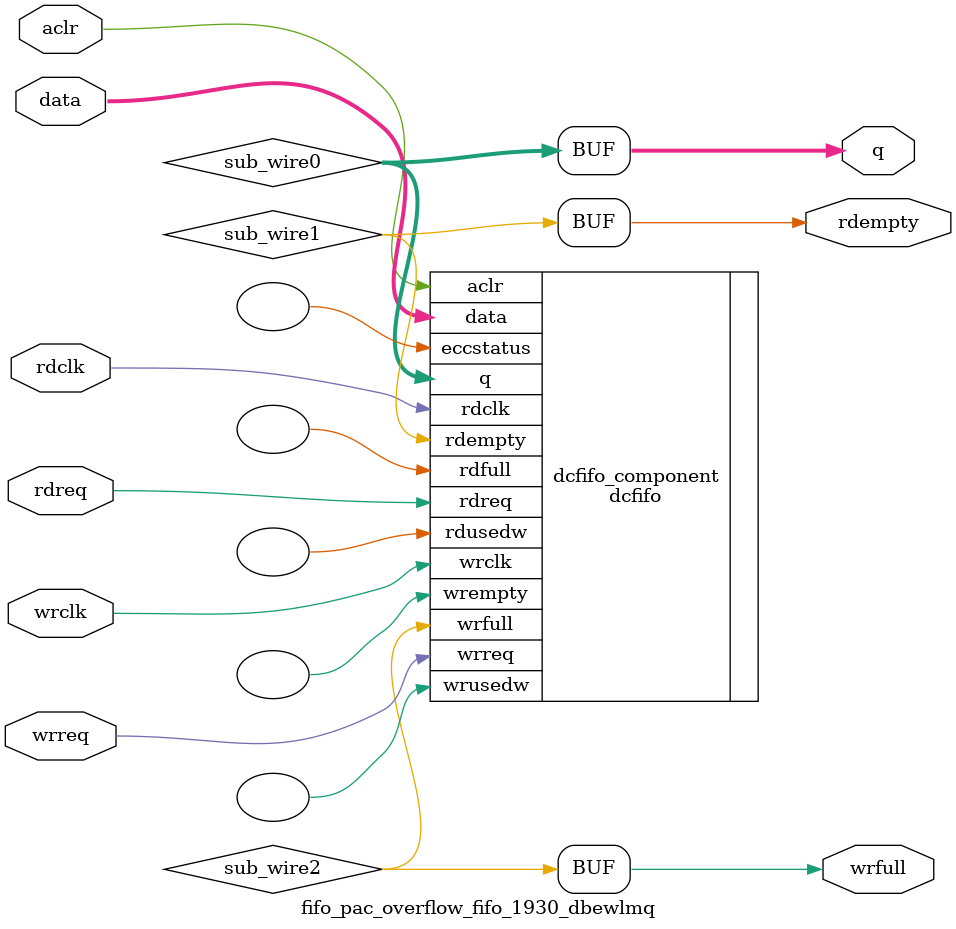
<source format=v>



`timescale 1 ps / 1 ps
// synopsys translate_on
module  fifo_pac_overflow_fifo_1930_dbewlmq  (
    aclr,
    data,
    rdclk,
    rdreq,
    wrclk,
    wrreq,
    q,
    rdempty,
    wrfull);

    input    aclr;
    input  [511:0]  data;
    input    rdclk;
    input    rdreq;
    input    wrclk;
    input    wrreq;
    output [511:0]  q;
    output   rdempty;
    output   wrfull;
`ifndef ALTERA_RESERVED_QIS
// synopsys translate_off
`endif
    tri0     aclr;
`ifndef ALTERA_RESERVED_QIS
// synopsys translate_on
`endif

    wire [511:0] sub_wire0;
    wire  sub_wire1;
    wire  sub_wire2;
    wire [511:0] q = sub_wire0[511:0];
    wire  rdempty = sub_wire1;
    wire  wrfull = sub_wire2;

    dcfifo  dcfifo_component (
                .aclr (aclr),
                .data (data),
                .rdclk (rdclk),
                .rdreq (rdreq),
                .wrclk (wrclk),
                .wrreq (wrreq),
                .q (sub_wire0),
                .rdempty (sub_wire1),
                .wrfull (sub_wire2),
                .eccstatus (),
                .rdfull (),
                .rdusedw (),
                .wrempty (),
                .wrusedw ());
    defparam
        dcfifo_component.enable_ecc  = "FALSE",
        dcfifo_component.intended_device_family  = "Agilex 7",
        dcfifo_component.lpm_hint  = "DISABLE_DCFIFO_EMBEDDED_TIMING_CONSTRAINT=TRUE",
        dcfifo_component.lpm_numwords  = 16,
        dcfifo_component.lpm_showahead  = "OFF",
        dcfifo_component.lpm_type  = "dcfifo",
        dcfifo_component.lpm_width  = 512,
        dcfifo_component.lpm_widthu  = 4,
        dcfifo_component.overflow_checking  = "ON",
        dcfifo_component.rdsync_delaypipe  = 4,
        dcfifo_component.read_aclr_synch  = "OFF",
        dcfifo_component.underflow_checking  = "ON",
        dcfifo_component.use_eab  = "ON",
        dcfifo_component.write_aclr_synch  = "ON",
        dcfifo_component.wrsync_delaypipe  = 4;


endmodule



</source>
